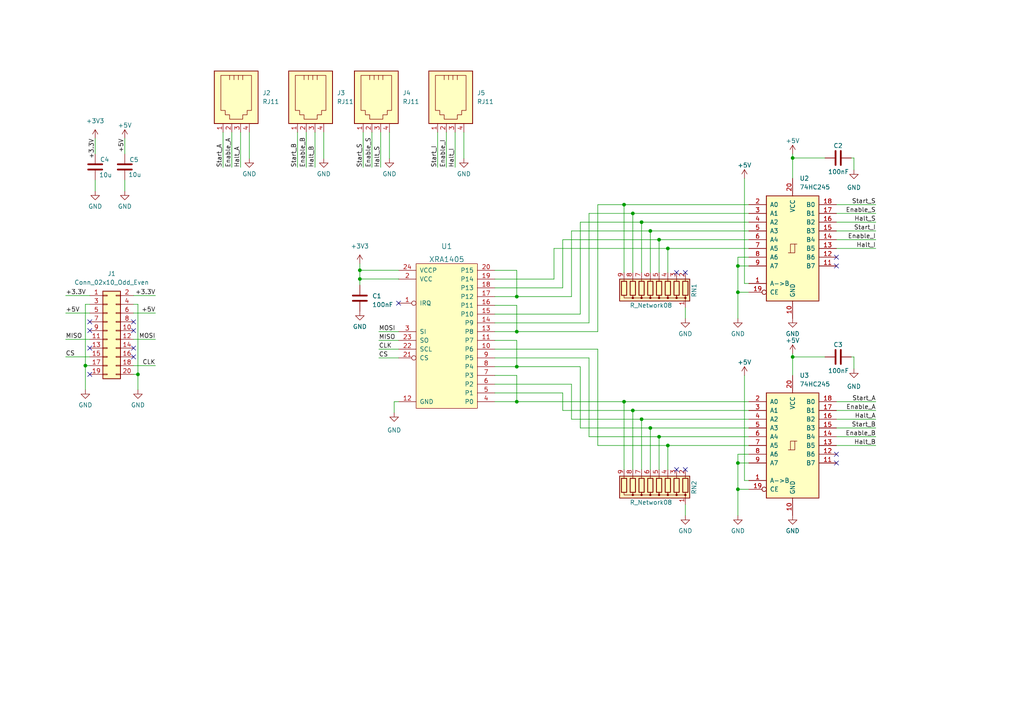
<source format=kicad_sch>
(kicad_sch (version 20220904) (generator eeschema)
  (paper "A4")
  (lib_symbols
    (symbol "74xx:74HC245" (pin_names (offset 1.016))
      (property "Reference" "U" (at -7.62 16.51 0))
      (property "Value" "74HC245" (at -7.62 -16.51 0))
      (symbol "74HC245_1_0"
        (polyline (pts (xy -0.635 -1.27) (xy -0.635 1.27) (xy 0.635 1.27)))
        (polyline (pts (xy -1.27 -1.27) (xy 0.635 -1.27) (xy 0.635 1.27) (xy 1.27 1.27)))
        (pin input line (at -12.7 -10.16 0) (length 5.08) (name "A->B") (number "1"))
        (pin power_in line (at 0 -20.32 90) (length 5.08) (name "GND") (number "10"))
        (pin tri_state line (at 12.7 -5.08 180) (length 5.08) (name "B7") (number "11"))
        (pin tri_state line (at 12.7 -2.54 180) (length 5.08) (name "B6") (number "12"))
        (pin tri_state line (at 12.7 0 180) (length 5.08) (name "B5") (number "13"))
        (pin tri_state line (at 12.7 2.54 180) (length 5.08) (name "B4") (number "14"))
        (pin tri_state line (at 12.7 5.08 180) (length 5.08) (name "B3") (number "15"))
        (pin tri_state line (at 12.7 7.62 180) (length 5.08) (name "B2") (number "16"))
        (pin tri_state line (at 12.7 10.16 180) (length 5.08) (name "B1") (number "17"))
        (pin tri_state line (at 12.7 12.7 180) (length 5.08) (name "B0") (number "18"))
        (pin input inverted (at -12.7 -12.7 0) (length 5.08) (name "CE") (number "19"))
        (pin tri_state line (at -12.7 12.7 0) (length 5.08) (name "A0") (number "2"))
        (pin power_in line (at 0 20.32 270) (length 5.08) (name "VCC") (number "20"))
        (pin tri_state line (at -12.7 10.16 0) (length 5.08) (name "A1") (number "3"))
        (pin tri_state line (at -12.7 7.62 0) (length 5.08) (name "A2") (number "4"))
        (pin tri_state line (at -12.7 5.08 0) (length 5.08) (name "A3") (number "5"))
        (pin tri_state line (at -12.7 2.54 0) (length 5.08) (name "A4") (number "6"))
        (pin tri_state line (at -12.7 0 0) (length 5.08) (name "A5") (number "7"))
        (pin tri_state line (at -12.7 -2.54 0) (length 5.08) (name "A6") (number "8"))
        (pin tri_state line (at -12.7 -5.08 0) (length 5.08) (name "A7") (number "9"))
      )
      (symbol "74HC245_1_1"
        (rectangle (start -7.62 15.24) (end 7.62 -15.24) (stroke (width 0.254)) (fill (type background)))
      )
    )
    (symbol "Connector:RJ10" (pin_names (offset 1.016))
      (property "Reference" "J" (at -5.08 8.89 0))
      (property "Value" "RJ10" (at 2.54 8.89 0))
      (symbol "RJ10_0_1"
        (polyline (pts (xy -6.35 -0.635) (xy -5.08 -0.635) (xy -5.08 -0.635)))
        (polyline (pts (xy -6.35 0.635) (xy -5.08 0.635) (xy -5.08 0.635)))
        (polyline (pts (xy -6.35 1.905) (xy -5.08 1.905) (xy -5.08 1.905)))
        (polyline (pts (xy -6.35 3.175) (xy -5.08 3.175) (xy -5.08 3.175)))
        (polyline (pts (xy -6.35 -3.175) (xy -6.35 5.715) (xy -1.27 5.715) (xy 3.81 5.715) (xy 3.81 4.445) (xy 5.08 4.445) (xy 5.08 3.175) (xy 6.35 3.175) (xy 6.35 -0.635) (xy 5.08 -0.635) (xy 5.08 -1.905) (xy 3.81 -1.905) (xy 3.81 -3.175) (xy -6.35 -3.175) (xy -6.35 -3.175)))
        (rectangle (start 7.62 7.62) (end -7.62 -5.08) (stroke (width 0.254)) (fill (type background)))
      )
      (symbol "RJ10_1_1"
        (pin passive line (at 10.16 -2.54 180) (length 2.54) (name "~") (number "1"))
        (pin passive line (at 10.16 0 180) (length 2.54) (name "~") (number "2"))
        (pin passive line (at 10.16 2.54 180) (length 2.54) (name "~") (number "3"))
        (pin passive line (at 10.16 5.08 180) (length 2.54) (name "~") (number "4"))
      )
    )
    (symbol "Connector_Generic:Conn_02x10_Odd_Even" (pin_names (offset 1.016) hide)
      (property "Reference" "J" (at 1.27 12.7 0))
      (property "Value" "Conn_02x10_Odd_Even" (at 1.27 -15.24 0))
      (symbol "Conn_02x10_Odd_Even_1_1"
        (rectangle (start -1.27 -12.573) (end 0 -12.827) (stroke (width 0.1524)))
        (rectangle (start -1.27 -10.033) (end 0 -10.287) (stroke (width 0.1524)))
        (rectangle (start -1.27 -7.493) (end 0 -7.747) (stroke (width 0.1524)))
        (rectangle (start -1.27 -4.953) (end 0 -5.207) (stroke (width 0.1524)))
        (rectangle (start -1.27 -2.413) (end 0 -2.667) (stroke (width 0.1524)))
        (rectangle (start -1.27 0.127) (end 0 -0.127) (stroke (width 0.1524)))
        (rectangle (start -1.27 2.667) (end 0 2.413) (stroke (width 0.1524)))
        (rectangle (start -1.27 5.207) (end 0 4.953) (stroke (width 0.1524)))
        (rectangle (start -1.27 7.747) (end 0 7.493) (stroke (width 0.1524)))
        (rectangle (start -1.27 10.287) (end 0 10.033) (stroke (width 0.1524)))
        (rectangle (start -1.27 11.43) (end 3.81 -13.97) (stroke (width 0.254)) (fill (type background)))
        (rectangle (start 3.81 -12.573) (end 2.54 -12.827) (stroke (width 0.1524)))
        (rectangle (start 3.81 -10.033) (end 2.54 -10.287) (stroke (width 0.1524)))
        (rectangle (start 3.81 -7.493) (end 2.54 -7.747) (stroke (width 0.1524)))
        (rectangle (start 3.81 -4.953) (end 2.54 -5.207) (stroke (width 0.1524)))
        (rectangle (start 3.81 -2.413) (end 2.54 -2.667) (stroke (width 0.1524)))
        (rectangle (start 3.81 0.127) (end 2.54 -0.127) (stroke (width 0.1524)))
        (rectangle (start 3.81 2.667) (end 2.54 2.413) (stroke (width 0.1524)))
        (rectangle (start 3.81 5.207) (end 2.54 4.953) (stroke (width 0.1524)))
        (rectangle (start 3.81 7.747) (end 2.54 7.493) (stroke (width 0.1524)))
        (rectangle (start 3.81 10.287) (end 2.54 10.033) (stroke (width 0.1524)))
        (pin passive line (at -5.08 10.16 0) (length 3.81) (name "Pin_1") (number "1"))
        (pin passive line (at 7.62 0 180) (length 3.81) (name "Pin_10") (number "10"))
        (pin passive line (at -5.08 -2.54 0) (length 3.81) (name "Pin_11") (number "11"))
        (pin passive line (at 7.62 -2.54 180) (length 3.81) (name "Pin_12") (number "12"))
        (pin passive line (at -5.08 -5.08 0) (length 3.81) (name "Pin_13") (number "13"))
        (pin passive line (at 7.62 -5.08 180) (length 3.81) (name "Pin_14") (number "14"))
        (pin passive line (at -5.08 -7.62 0) (length 3.81) (name "Pin_15") (number "15"))
        (pin passive line (at 7.62 -7.62 180) (length 3.81) (name "Pin_16") (number "16"))
        (pin passive line (at -5.08 -10.16 0) (length 3.81) (name "Pin_17") (number "17"))
        (pin passive line (at 7.62 -10.16 180) (length 3.81) (name "Pin_18") (number "18"))
        (pin passive line (at -5.08 -12.7 0) (length 3.81) (name "Pin_19") (number "19"))
        (pin passive line (at 7.62 10.16 180) (length 3.81) (name "Pin_2") (number "2"))
        (pin passive line (at 7.62 -12.7 180) (length 3.81) (name "Pin_20") (number "20"))
        (pin passive line (at -5.08 7.62 0) (length 3.81) (name "Pin_3") (number "3"))
        (pin passive line (at 7.62 7.62 180) (length 3.81) (name "Pin_4") (number "4"))
        (pin passive line (at -5.08 5.08 0) (length 3.81) (name "Pin_5") (number "5"))
        (pin passive line (at 7.62 5.08 180) (length 3.81) (name "Pin_6") (number "6"))
        (pin passive line (at -5.08 2.54 0) (length 3.81) (name "Pin_7") (number "7"))
        (pin passive line (at 7.62 2.54 180) (length 3.81) (name "Pin_8") (number "8"))
        (pin passive line (at -5.08 0 0) (length 3.81) (name "Pin_9") (number "9"))
      )
    )
    (symbol "Controle:XRA1405" (pin_names (offset 1.016))
      (property "Reference" "U" (at 5.08 -21.59 0))
      (property "Value" "XRA1405" (at -4.445 -21.59 0))
      (property "Datasheet" "https://www.exar.com/common/content/document.ashx?id=20786" (at -1.27 -7.62 0))
      (symbol "XRA1405_0_1"
        (rectangle (start -9.525 21.59) (end 8.255 -20.32) (fill (type background)))
      )
      (symbol "XRA1405_1_1"
        (pin output inverted (at -14.605 10.16 0) (length 5.08) (name "IRQ") (number "1"))
        (pin bidirectional line (at 13.335 -3.175 180) (length 5.08) (name "P6") (number "10"))
        (pin bidirectional line (at 13.335 -0.635 180) (length 5.08) (name "P7") (number "11"))
        (pin power_in line (at -14.605 -18.415 0) (length 5.08) (name "GND") (number "12"))
        (pin bidirectional line (at 13.335 1.905 180) (length 5.08) (name "P8") (number "13"))
        (pin bidirectional line (at 13.335 4.445 180) (length 5.08) (name "P9") (number "14"))
        (pin bidirectional line (at 13.335 6.985 180) (length 5.08) (name "P10") (number "15"))
        (pin bidirectional line (at 13.335 9.525 180) (length 5.08) (name "P11") (number "16"))
        (pin bidirectional line (at 13.335 12.065 180) (length 5.08) (name "P12") (number "17"))
        (pin bidirectional line (at 13.335 14.605 180) (length 5.08) (name "P13") (number "18"))
        (pin bidirectional line (at 13.335 17.145 180) (length 5.08) (name "P14") (number "19"))
        (pin power_in line (at -14.605 17.145 0) (length 5.08) (name "VCC") (number "2"))
        (pin bidirectional line (at 13.335 19.685 180) (length 5.08) (name "P15") (number "20"))
        (pin input inverted (at -14.605 -5.715 0) (length 5.08) (name "CS") (number "21"))
        (pin input line (at -14.605 -3.175 0) (length 5.08) (name "SCL") (number "22"))
        (pin output line (at -14.605 -0.635 0) (length 5.08) (name "SO") (number "23"))
        (pin power_in line (at -14.605 19.685 0) (length 5.08) (name "VCCP") (number "24"))
        (pin input line (at -14.605 1.905 0) (length 5.08) (name "SI") (number "3"))
        (pin bidirectional line (at 13.335 -18.415 180) (length 5.08) (name "P0") (number "4"))
        (pin bidirectional line (at 13.335 -15.875 180) (length 5.08) (name "P1") (number "5"))
        (pin bidirectional line (at 13.335 -13.335 180) (length 5.08) (name "P2") (number "6"))
        (pin bidirectional line (at 13.335 -10.795 180) (length 5.08) (name "P3") (number "7"))
        (pin bidirectional line (at 13.335 -8.255 180) (length 5.08) (name "P4") (number "8"))
        (pin bidirectional line (at 13.335 -5.715 180) (length 5.08) (name "P5") (number "9"))
      )
    )
    (symbol "Device:C" (pin_numbers hide) (pin_names (offset 0.254))
      (property "Reference" "C" (at 0.635 2.54 0))
      (property "Value" "C" (at 0.635 -2.54 0))
      (symbol "C_0_1"
        (polyline (pts (xy -2.032 -0.762) (xy 2.032 -0.762)) (stroke (width 0.508)))
        (polyline (pts (xy -2.032 0.762) (xy 2.032 0.762)) (stroke (width 0.508)))
      )
      (symbol "C_1_1"
        (pin passive line (at 0 3.81 270) (length 2.794) (name "~") (number "1"))
        (pin passive line (at 0 -3.81 90) (length 2.794) (name "~") (number "2"))
      )
    )
    (symbol "Device:R_Network08" (pin_names (offset 0) hide)
      (property "Reference" "RN" (at -12.7 0 90))
      (property "Value" "R_Network08" (at 10.16 0 90))
      (symbol "R_Network08_0_1"
        (rectangle (start -11.43 -3.175) (end 8.89 3.175) (stroke (width 0.254)) (fill (type background)))
        (rectangle (start -10.922 1.524) (end -9.398 -2.54) (stroke (width 0.254)))
        (circle (center -10.16 2.286) (radius 0.254) (fill (type outline)))
        (rectangle (start -8.382 1.524) (end -6.858 -2.54) (stroke (width 0.254)))
        (circle (center -7.62 2.286) (radius 0.254) (fill (type outline)))
        (rectangle (start -5.842 1.524) (end -4.318 -2.54) (stroke (width 0.254)))
        (circle (center -5.08 2.286) (radius 0.254) (fill (type outline)))
        (rectangle (start -3.302 1.524) (end -1.778 -2.54) (stroke (width 0.254)))
        (circle (center -2.54 2.286) (radius 0.254) (fill (type outline)))
        (rectangle (start -0.762 1.524) (end 0.762 -2.54) (stroke (width 0.254)))
        (polyline (pts (xy -10.16 -2.54) (xy -10.16 -3.81)))
        (polyline (pts (xy -7.62 -2.54) (xy -7.62 -3.81)))
        (polyline (pts (xy -5.08 -2.54) (xy -5.08 -3.81)))
        (polyline (pts (xy -2.54 -2.54) (xy -2.54 -3.81)))
        (polyline (pts (xy 0 -2.54) (xy 0 -3.81)))
        (polyline (pts (xy 2.54 -2.54) (xy 2.54 -3.81)))
        (polyline (pts (xy 5.08 -2.54) (xy 5.08 -3.81)))
        (polyline (pts (xy 7.62 -2.54) (xy 7.62 -3.81)))
        (polyline (pts (xy -10.16 1.524) (xy -10.16 2.286) (xy -7.62 2.286) (xy -7.62 1.524)))
        (polyline (pts (xy -7.62 1.524) (xy -7.62 2.286) (xy -5.08 2.286) (xy -5.08 1.524)))
        (polyline (pts (xy -5.08 1.524) (xy -5.08 2.286) (xy -2.54 2.286) (xy -2.54 1.524)))
        (polyline (pts (xy -2.54 1.524) (xy -2.54 2.286) (xy 0 2.286) (xy 0 1.524)))
        (polyline (pts (xy 0 1.524) (xy 0 2.286) (xy 2.54 2.286) (xy 2.54 1.524)))
        (polyline (pts (xy 2.54 1.524) (xy 2.54 2.286) (xy 5.08 2.286) (xy 5.08 1.524)))
        (polyline (pts (xy 5.08 1.524) (xy 5.08 2.286) (xy 7.62 2.286) (xy 7.62 1.524)))
        (circle (center 0 2.286) (radius 0.254) (fill (type outline)))
        (rectangle (start 1.778 1.524) (end 3.302 -2.54) (stroke (width 0.254)))
        (circle (center 2.54 2.286) (radius 0.254) (fill (type outline)))
        (rectangle (start 4.318 1.524) (end 5.842 -2.54) (stroke (width 0.254)))
        (circle (center 5.08 2.286) (radius 0.254) (fill (type outline)))
        (rectangle (start 6.858 1.524) (end 8.382 -2.54) (stroke (width 0.254)))
      )
      (symbol "R_Network08_1_1"
        (pin passive line (at -10.16 5.08 270) (length 2.54) (name "common") (number "1"))
        (pin passive line (at -10.16 -5.08 90) (length 1.27) (name "R1") (number "2"))
        (pin passive line (at -7.62 -5.08 90) (length 1.27) (name "R2") (number "3"))
        (pin passive line (at -5.08 -5.08 90) (length 1.27) (name "R3") (number "4"))
        (pin passive line (at -2.54 -5.08 90) (length 1.27) (name "R4") (number "5"))
        (pin passive line (at 0 -5.08 90) (length 1.27) (name "R5") (number "6"))
        (pin passive line (at 2.54 -5.08 90) (length 1.27) (name "R6") (number "7"))
        (pin passive line (at 5.08 -5.08 90) (length 1.27) (name "R7") (number "8"))
        (pin passive line (at 7.62 -5.08 90) (length 1.27) (name "R8") (number "9"))
      )
    )
    (symbol "power:+3.3V" (power) (pin_names (offset 0))
      (property "Value" "+3.3V" (at 0 3.556 0))
      (symbol "+3.3V_0_1"
        (polyline (pts (xy -0.762 1.27) (xy 0 2.54)))
        (polyline (pts (xy 0 0) (xy 0 2.54)))
        (polyline (pts (xy 0 2.54) (xy 0.762 1.27)))
      )
      (symbol "+3.3V_1_1"
        (pin power_in line (at 0 0 90) (length 0) hide (name "+3V3") (number "1"))
      )
    )
    (symbol "power:+5V" (power) (pin_names (offset 0))
      (property "Value" "+5V" (at 0 3.556 0))
      (symbol "+5V_0_1"
        (polyline (pts (xy -0.762 1.27) (xy 0 2.54)))
        (polyline (pts (xy 0 0) (xy 0 2.54)))
        (polyline (pts (xy 0 2.54) (xy 0.762 1.27)))
      )
      (symbol "+5V_1_1"
        (pin power_in line (at 0 0 90) (length 0) hide (name "+5V") (number "1"))
      )
    )
    (symbol "power:GND" (power) (pin_names (offset 0))
      (property "Value" "GND" (at 0 -3.81 0))
      (symbol "GND_0_1"
        (polyline (pts (xy 0 0) (xy 0 -1.27) (xy 1.27 -1.27) (xy 0 -2.54) (xy -1.27 -1.27) (xy 0 -1.27)))
      )
      (symbol "GND_1_1"
        (pin power_in line (at 0 0 270) (length 0) hide (name "GND") (number "1"))
      )
    )
  )
  (junction (at 188.6204 124.1298))
  (junction (at 193.7004 72.0598))
  (junction (at 214.0204 134.2898))
  (junction (at 186.0804 121.5898))
  (junction (at 214.0204 77.1398))
  (junction (at 229.8954 103.5304))
  (junction (at 214.0204 141.9098))
  (junction (at 181.0004 59.3598))
  (junction (at 104.3686 80.9244))
  (junction (at 188.6204 66.9798))
  (junction (at 149.8854 96.1898))
  (junction (at 24.765 106.045))
  (junction (at 149.8854 116.5098))
  (junction (at 186.0804 64.4398))
  (junction (at 191.1604 69.5198))
  (junction (at 181.0004 116.5098))
  (junction (at 40.005 108.585))
  (junction (at 183.5404 119.0498))
  (junction (at 149.8854 86.0298))
  (junction (at 214.0204 84.7598))
  (junction (at 183.5404 61.8998))
  (junction (at 229.8954 45.8216))
  (junction (at 104.3686 78.3844))
  (junction (at 149.8854 106.3498))
  (junction (at 193.7004 129.2098))
  (junction (at 191.1604 126.6698))
  (no_connect (at 196.2404 136.1948))
  (no_connect (at 198.7804 136.1948))
  (no_connect (at 38.735 100.965))
  (no_connect (at 26.035 100.965))
  (no_connect (at 115.5954 87.9348))
  (no_connect (at 38.735 93.345))
  (no_connect (at 38.735 95.885))
  (no_connect (at 26.035 93.345))
  (no_connect (at 26.035 95.885))
  (no_connect (at 38.735 103.505))
  (no_connect (at 196.2404 79.0448))
  (no_connect (at 198.7804 79.0448))
  (no_connect (at 26.035 108.585))
  (no_connect (at 242.5954 134.2898))
  (no_connect (at 242.5954 77.1398))
  (no_connect (at 242.5954 74.5998))
  (no_connect (at 242.5954 131.7498))
  (wire (pts (xy 229.8954 102.5652) (xy 229.8954 103.5304)))
  (wire (pts (xy 149.8854 98.7298) (xy 149.8854 106.3498)))
  (wire (pts (xy 143.5354 103.8098) (xy 170.8404 103.8098)))
  (wire (pts (xy 229.8954 45.8216) (xy 229.8954 51.7398)))
  (wire (pts (xy 186.0804 121.5898) (xy 186.0804 136.1948)))
  (wire (pts (xy 19.05 103.505) (xy 26.035 103.505)))
  (wire (pts (xy 165.7604 111.4298) (xy 165.7604 121.5898)))
  (wire (pts (xy 109.8804 98.7298) (xy 115.5954 98.7298)))
  (wire (pts (xy 229.8954 44.6532) (xy 229.8954 45.8216)))
  (wire (pts (xy 114.3254 119.6848) (xy 114.3254 116.5098)))
  (wire (pts (xy 173.3804 96.1898) (xy 149.8854 96.1898)))
  (wire (pts (xy 247.6754 107.0102) (xy 247.6754 103.5304)))
  (wire (pts (xy 242.5954 116.5098) (xy 254.0254 116.5098)))
  (wire (pts (xy 214.0204 134.2898) (xy 217.1954 134.2898)))
  (wire (pts (xy 69.7738 38.3794) (xy 69.7738 48.5394)))
  (wire (pts (xy 214.0204 141.9098) (xy 214.0204 149.5298)))
  (wire (pts (xy 104.3686 78.3844) (xy 104.3686 80.9244)))
  (wire (pts (xy 242.5954 72.0598) (xy 254.0254 72.0598)))
  (wire (pts (xy 143.5354 83.4898) (xy 163.2204 83.4898)))
  (wire (pts (xy 38.735 90.805) (xy 45.085 90.805)))
  (wire (pts (xy 143.5354 93.6498) (xy 170.8404 93.6498)))
  (wire (pts (xy 170.8404 61.8998) (xy 183.5404 61.8998)))
  (wire (pts (xy 143.5354 111.4298) (xy 165.7604 111.4298)))
  (wire (pts (xy 186.0804 64.4398) (xy 186.0804 79.0448)))
  (wire (pts (xy 36.195 52.2224) (xy 36.195 55.4228)))
  (wire (pts (xy 193.7004 129.2098) (xy 193.7004 136.1948)))
  (wire (pts (xy 38.735 88.265) (xy 40.005 88.265)))
  (wire (pts (xy 191.1604 126.6698) (xy 191.1604 136.1948)))
  (wire (pts (xy 191.1604 69.5198) (xy 163.2204 69.5198)))
  (wire (pts (xy 143.5354 98.7298) (xy 149.8854 98.7298)))
  (wire (pts (xy 104.3686 80.9244) (xy 115.5954 80.9244)))
  (wire (pts (xy 181.0004 116.5098) (xy 217.1954 116.5098)))
  (wire (pts (xy 143.5354 78.4098) (xy 149.8854 78.4098)))
  (wire (pts (xy 86.2838 38.3794) (xy 86.2838 48.5394)))
  (wire (pts (xy 239.2934 103.5304) (xy 229.8954 103.5304)))
  (wire (pts (xy 104.3686 80.9244) (xy 104.3686 82.677)))
  (wire (pts (xy 27.6098 52.2224) (xy 27.6098 55.4228)))
  (wire (pts (xy 247.6754 103.5304) (xy 246.9134 103.5304)))
  (wire (pts (xy 217.1954 141.9098) (xy 214.0204 141.9098)))
  (wire (pts (xy 132.0038 38.3794) (xy 132.0038 48.5394)))
  (wire (pts (xy 217.1954 129.2098) (xy 193.7004 129.2098)))
  (wire (pts (xy 115.5954 80.9244) (xy 115.5954 80.9498)))
  (wire (pts (xy 165.7604 66.9798) (xy 188.6204 66.9798)))
  (wire (pts (xy 183.5404 61.8998) (xy 217.1954 61.8998)))
  (wire (pts (xy 198.7804 146.3548) (xy 198.7804 149.5298)))
  (wire (pts (xy 242.5954 66.9798) (xy 254.0254 66.9798)))
  (wire (pts (xy 143.5354 86.0298) (xy 149.8854 86.0298)))
  (wire (pts (xy 242.5954 129.2098) (xy 254.0254 129.2098)))
  (wire (pts (xy 149.8854 88.5698) (xy 149.8854 96.1898)))
  (wire (pts (xy 64.6938 38.3794) (xy 64.6938 48.5394)))
  (wire (pts (xy 163.2204 69.5198) (xy 163.2204 83.4898)))
  (wire (pts (xy 129.4638 38.3794) (xy 129.4638 48.5394)))
  (wire (pts (xy 19.05 98.425) (xy 26.035 98.425)))
  (wire (pts (xy 160.6804 72.0598) (xy 193.7004 72.0598)))
  (wire (pts (xy 143.5354 108.8898) (xy 149.8854 108.8898)))
  (wire (pts (xy 26.035 88.265) (xy 24.765 88.265)))
  (wire (pts (xy 165.7604 86.0298) (xy 165.7604 66.9798)))
  (wire (pts (xy 149.8854 78.4098) (xy 149.8854 86.0298)))
  (wire (pts (xy 38.735 108.585) (xy 40.005 108.585)))
  (wire (pts (xy 188.6204 124.1298) (xy 168.3004 124.1298)))
  (wire (pts (xy 198.7804 89.2048) (xy 198.7804 92.3798)))
  (wire (pts (xy 163.2204 119.0498) (xy 183.5404 119.0498)))
  (wire (pts (xy 186.0804 121.5898) (xy 165.7604 121.5898)))
  (wire (pts (xy 168.3004 64.4398) (xy 168.3004 91.1098)))
  (wire (pts (xy 191.1604 126.6698) (xy 170.8404 126.6698)))
  (wire (pts (xy 143.5354 106.3498) (xy 149.8854 106.3498)))
  (wire (pts (xy 163.2204 119.0498) (xy 163.2204 113.9698)))
  (wire (pts (xy 143.5354 80.9498) (xy 160.6804 80.9498)))
  (wire (pts (xy 91.3638 38.3794) (xy 91.3638 48.5394)))
  (wire (pts (xy 143.5354 91.1098) (xy 168.3004 91.1098)))
  (wire (pts (xy 149.8854 96.1898) (xy 143.5354 96.1898)))
  (wire (pts (xy 217.1954 69.5198) (xy 191.1604 69.5198)))
  (wire (pts (xy 183.5404 119.0498) (xy 217.1954 119.0498)))
  (wire (pts (xy 242.5954 124.1298) (xy 254.0254 124.1298)))
  (wire (pts (xy 214.0204 141.9098) (xy 214.0204 134.2898)))
  (wire (pts (xy 134.5438 38.3794) (xy 134.5438 45.9994)))
  (wire (pts (xy 214.0204 77.1398) (xy 217.1954 77.1398)))
  (wire (pts (xy 242.5954 119.0498) (xy 254.0254 119.0498)))
  (wire (pts (xy 242.5954 64.4398) (xy 254.0254 64.4398)))
  (wire (pts (xy 38.735 85.725) (xy 45.085 85.725)))
  (wire (pts (xy 214.0204 84.7598) (xy 214.0204 77.1398)))
  (wire (pts (xy 149.8854 86.0298) (xy 165.7604 86.0298)))
  (wire (pts (xy 109.8804 96.1898) (xy 115.5954 96.1898)))
  (wire (pts (xy 149.8854 106.3498) (xy 168.3004 106.3498)))
  (wire (pts (xy 24.765 88.265) (xy 24.765 106.045)))
  (wire (pts (xy 193.7004 72.0598) (xy 193.7004 79.0448)))
  (wire (pts (xy 126.9238 38.3794) (xy 126.9238 48.5394)))
  (wire (pts (xy 110.4138 38.3794) (xy 110.4138 48.5394)))
  (wire (pts (xy 229.8954 45.8216) (xy 239.2934 45.8216)))
  (wire (pts (xy 149.8854 116.5098) (xy 181.0004 116.5098)))
  (wire (pts (xy 215.9254 82.2198) (xy 217.1954 82.2198)))
  (wire (pts (xy 193.7004 129.2098) (xy 173.3804 129.2098)))
  (wire (pts (xy 168.3004 106.3498) (xy 168.3004 124.1298)))
  (wire (pts (xy 215.9254 108.8898) (xy 215.9254 139.3698)))
  (wire (pts (xy 38.735 98.425) (xy 45.085 98.425)))
  (wire (pts (xy 93.9038 38.3794) (xy 93.9038 45.9994)))
  (wire (pts (xy 217.1954 126.6698) (xy 191.1604 126.6698)))
  (wire (pts (xy 170.8404 61.8998) (xy 170.8404 93.6498)))
  (wire (pts (xy 183.5404 119.0498) (xy 183.5404 136.1948)))
  (wire (pts (xy 143.5354 88.5698) (xy 149.8854 88.5698)))
  (wire (pts (xy 105.3338 38.3794) (xy 105.3338 48.5394)))
  (wire (pts (xy 242.5954 59.3598) (xy 254.0254 59.3598)))
  (wire (pts (xy 215.9254 51.7398) (xy 215.9254 82.2198)))
  (wire (pts (xy 24.765 106.045) (xy 24.765 113.03)))
  (wire (pts (xy 214.0204 77.1398) (xy 214.0204 74.5998)))
  (wire (pts (xy 217.1954 124.1298) (xy 188.6204 124.1298)))
  (wire (pts (xy 143.5354 101.2698) (xy 173.3804 101.2698)))
  (wire (pts (xy 143.5354 116.5098) (xy 149.8854 116.5098)))
  (wire (pts (xy 26.035 106.045) (xy 24.765 106.045)))
  (wire (pts (xy 173.3804 59.3598) (xy 181.0004 59.3598)))
  (wire (pts (xy 149.8854 108.8898) (xy 149.8854 116.5098)))
  (wire (pts (xy 181.0004 116.5098) (xy 181.0004 136.1948)))
  (wire (pts (xy 188.6204 66.9798) (xy 217.1954 66.9798)))
  (wire (pts (xy 217.1954 64.4398) (xy 186.0804 64.4398)))
  (wire (pts (xy 19.05 90.805) (xy 26.035 90.805)))
  (wire (pts (xy 104.3686 78.3844) (xy 115.5954 78.3844)))
  (wire (pts (xy 188.6204 66.9798) (xy 188.6204 79.0448)))
  (wire (pts (xy 170.8404 103.8098) (xy 170.8404 126.6698)))
  (wire (pts (xy 19.05 85.725) (xy 26.035 85.725)))
  (wire (pts (xy 247.6754 49.3014) (xy 247.6754 45.8216)))
  (wire (pts (xy 214.0204 131.7498) (xy 217.1954 131.7498)))
  (wire (pts (xy 191.1604 69.5198) (xy 191.1604 79.0448)))
  (wire (pts (xy 115.5954 78.3844) (xy 115.5954 78.4098)))
  (wire (pts (xy 186.0804 64.4398) (xy 168.3004 64.4398)))
  (wire (pts (xy 183.5404 61.8998) (xy 183.5404 79.0448)))
  (wire (pts (xy 214.0204 84.7598) (xy 214.0204 92.3798)))
  (wire (pts (xy 27.6098 44.6024) (xy 27.6098 40.1574)))
  (wire (pts (xy 104.3686 76.4794) (xy 104.3686 78.3844)))
  (wire (pts (xy 193.7004 72.0598) (xy 217.1954 72.0598)))
  (wire (pts (xy 173.3804 59.3598) (xy 173.3804 96.1898)))
  (wire (pts (xy 214.0204 134.2898) (xy 214.0204 131.7498)))
  (wire (pts (xy 67.2338 38.3794) (xy 67.2338 48.5394)))
  (wire (pts (xy 107.8738 38.3794) (xy 107.8738 48.5394)))
  (wire (pts (xy 229.8954 103.5304) (xy 229.8954 108.8898)))
  (wire (pts (xy 38.735 106.045) (xy 45.085 106.045)))
  (wire (pts (xy 247.6754 45.8216) (xy 246.9134 45.8216)))
  (wire (pts (xy 217.1954 84.7598) (xy 214.0204 84.7598)))
  (wire (pts (xy 242.5954 126.6698) (xy 254.0254 126.6698)))
  (wire (pts (xy 242.5954 69.5198) (xy 254.0254 69.5198)))
  (wire (pts (xy 242.5954 121.5898) (xy 254.0254 121.5898)))
  (wire (pts (xy 215.9254 139.3698) (xy 217.1954 139.3698)))
  (wire (pts (xy 109.8804 103.8098) (xy 115.5954 103.8098)))
  (wire (pts (xy 160.6804 80.9498) (xy 160.6804 72.0598)))
  (wire (pts (xy 36.195 44.6024) (xy 36.195 40.1574)))
  (wire (pts (xy 173.3804 101.2698) (xy 173.3804 129.2098)))
  (wire (pts (xy 242.5954 61.8998) (xy 254.0254 61.8998)))
  (wire (pts (xy 143.5354 113.9698) (xy 163.2204 113.9698)))
  (wire (pts (xy 112.9538 38.3794) (xy 112.9538 45.9994)))
  (wire (pts (xy 109.8804 101.2698) (xy 115.5954 101.2698)))
  (wire (pts (xy 214.0204 74.5998) (xy 217.1954 74.5998)))
  (wire (pts (xy 181.0004 59.3598) (xy 217.1954 59.3598)))
  (wire (pts (xy 188.6204 124.1298) (xy 188.6204 136.1948)))
  (wire (pts (xy 88.8238 38.3794) (xy 88.8238 48.5394)))
  (wire (pts (xy 40.005 88.265) (xy 40.005 108.585)))
  (wire (pts (xy 217.1954 121.5898) (xy 186.0804 121.5898)))
  (wire (pts (xy 72.3138 38.3794) (xy 72.3138 45.9994)))
  (wire (pts (xy 40.005 108.585) (xy 40.005 113.03)))
  (wire (pts (xy 181.0004 59.3598) (xy 181.0004 79.0448)))
  (wire (pts (xy 114.3254 116.5098) (xy 115.5954 116.5098)))
  (label "Enable_B" (at 254.0254 126.6698 180))
  (label "Enable_B" (at 88.8238 48.5394 90))
  (label "CLK" (at 45.085 106.045 180))
  (label "Start_S" (at 254.0254 59.3598 180))
  (label "Enable_I" (at 254.0254 69.5198 180))
  (label "Enable_S" (at 107.8738 48.5394 90))
  (label "MOSI" (at 109.8804 96.1898 0))
  (label "Start_S" (at 105.3338 48.5394 90))
  (label "MOSI" (at 45.085 98.425 180))
  (label "+5V" (at 36.195 40.1574 270))
  (label "Start_A" (at 64.6938 48.5394 90))
  (label "+3.3V" (at 19.05 85.725 0))
  (label "Halt_S" (at 110.4138 48.5394 90))
  (label "Start_A" (at 254.0254 116.5098 180))
  (label "Halt_A" (at 254.0254 121.5898 180))
  (label "CS" (at 109.8804 103.8098 0))
  (label "Enable_A" (at 254.0254 119.0498 180))
  (label "MISO" (at 19.05 98.425 0))
  (label "Start_B" (at 254.0254 124.1298 180))
  (label "Halt_I" (at 254.0254 72.0598 180))
  (label "+3.3V" (at 45.085 85.725 180))
  (label "Enable_I" (at 129.4638 48.5394 90))
  (label "Halt_A" (at 69.7738 48.5394 90))
  (label "MISO" (at 109.8804 98.7298 0))
  (label "CS" (at 19.05 103.505 0))
  (label "+5V" (at 19.05 90.805 0))
  (label "Start_I" (at 254.0254 66.9798 180))
  (label "+5V" (at 45.085 90.805 180))
  (label "Halt_B" (at 91.3638 48.5394 90))
  (label "Enable_A" (at 67.2338 48.5394 90))
  (label "Start_B" (at 86.2838 48.5394 90))
  (label "Halt_S" (at 254.0254 64.4398 180))
  (label "Enable_S" (at 254.0254 61.8998 180))
  (label "Start_I" (at 126.9238 48.5394 90))
  (label "CLK" (at 109.8804 101.2698 0))
  (label "+3.3V" (at 27.6098 40.1574 270))
  (label "Halt_I" (at 132.0038 48.5394 90))
  (label "Halt_B" (at 254.0254 129.2098 180))
  (symbol (lib_id "power:+3.3V") (at 104.3686 76.4794 0) (unit 1)
    (default_instance (reference "") (unit 1) (value "") (footprint ""))
    (property "Reference" "#PWR05" (effects hide))
    (property "Value" "+3.3V" (at 104.3686 71.3994 0))
  )
  (symbol (lib_id "Connector:RJ10") (at 129.4638 28.2194 270) (unit 1)
    (default_instance (reference "") (unit 1) (value "") (footprint ""))
    (property "Reference" "J5" (at 138.3538 26.9493 90) (effects (justify left)))
    (property "Value" "RJ11" (at 138.3538 29.4893 90) (effects (justify left)))
  )
  (symbol (lib_id "power:GND") (at 36.195 55.4228 0) (unit 1)
    (default_instance (reference "") (unit 1) (value "") (footprint ""))
    (property "Reference" "#PWR017" (effects hide))
    (property "Value" "GND" (at 36.195 59.8678 0))
  )
  (symbol (lib_id "power:GND") (at 247.6754 107.0102 0) (unit 1)
    (default_instance (reference "") (unit 1) (value "") (footprint ""))
    (property "Reference" "#PWR04" (effects hide))
    (property "Value" "GND" (at 247.6754 112.0902 0))
  )
  (symbol (lib_id "power:GND") (at 214.0204 149.5298 0) (unit 1)
    (default_instance (reference "") (unit 1) (value "") (footprint ""))
    (property "Reference" "#PWR010" (effects hide))
    (property "Value" "GND" (at 214.0204 153.9748 0))
  )
  (symbol (lib_id "power:GND") (at 112.9538 45.9994 0) (unit 1)
    (default_instance (reference "") (unit 1) (value "") (footprint ""))
    (property "Reference" "#PWR019" (effects hide))
    (property "Value" "GND" (at 112.9538 50.4444 0))
  )
  (symbol (lib_id "power:GND") (at 104.3686 90.297 0) (unit 1)
    (default_instance (reference "") (unit 1) (value "") (footprint ""))
    (property "Reference" "#PWR04" (effects hide))
    (property "Value" "GND" (at 104.3686 94.742 0))
  )
  (symbol (lib_id "Controle:XRA1405") (at 130.2004 98.0948 0) (unit 1)
    (default_instance (reference "") (unit 1) (value "") (footprint ""))
    (property "Reference" "U1" (at 129.5654 71.4248 0) (effects (font (size 1.524 1.524))))
    (property "Value" "XRA1405" (at 129.5654 75.2348 0) (effects (font (size 1.524 1.524))))
    (property "Datasheet" "https://www.exar.com/common/content/document.ashx?id=20786" (effects hide))
  )
  (symbol (lib_id "74xx:74HC245") (at 229.8954 72.0598 0) (unit 1)
    (default_instance (reference "") (unit 1) (value "") (footprint ""))
    (property "Reference" "U2" (at 231.9148 51.7398 0) (effects (justify left)))
    (property "Value" "74HC245" (at 231.9148 54.2798 0) (effects (justify left)))
    (property "Datasheet" "http://www.ti.com/lit/gpn/sn74HC245" (effects hide))
  )
  (symbol (lib_id "power:GND") (at 247.6754 49.3014 0) (unit 1)
    (default_instance (reference "") (unit 1) (value "") (footprint ""))
    (property "Reference" "#PWR04" (effects hide))
    (property "Value" "GND" (at 247.6754 54.3814 0))
  )
  (symbol (lib_id "power:GND") (at 198.7804 92.3798 0) (unit 1)
    (default_instance (reference "") (unit 1) (value "") (footprint ""))
    (property "Reference" "#PWR07" (effects hide))
    (property "Value" "GND" (at 198.7804 96.8248 0))
  )
  (symbol (lib_id "power:GND") (at 229.8954 149.5298 0) (unit 1)
    (default_instance (reference "") (unit 1) (value "") (footprint ""))
    (property "Reference" "#PWR016" (effects hide))
    (property "Value" "GND" (at 229.8954 153.9748 0))
  )
  (symbol (lib_id "Connector:RJ10") (at 88.8238 28.2194 270) (unit 1)
    (default_instance (reference "") (unit 1) (value "") (footprint ""))
    (property "Reference" "J3" (at 97.7138 26.9493 90) (effects (justify left)))
    (property "Value" "RJ11" (at 97.7138 29.4893 90) (effects (justify left)))
  )
  (symbol (lib_id "Device:R_Network08") (at 188.6204 141.2748 180) (unit 1)
    (default_instance (reference "") (unit 1) (value "") (footprint ""))
    (property "Reference" "RN2" (at 201.3204 139.3698 90) (effects (justify left)))
    (property "Value" "R_Network08" (at 194.9704 145.7198 0) (effects (justify left)))
    (property "Footprint" "Resistor_THT:R_Array_SIP9" (effects hide))
    (property "Datasheet" "http://www.vishay.com/docs/31509/csc.pdf" (effects hide))
  )
  (symbol (lib_id "power:+5V") (at 215.9254 108.8898 0) (unit 1)
    (default_instance (reference "") (unit 1) (value "") (footprint ""))
    (property "Reference" "#PWR012" (effects hide))
    (property "Value" "+5V" (at 215.9254 105.0798 0))
  )
  (symbol (lib_id "74xx:74HC245") (at 229.8954 129.2098 0) (unit 1)
    (default_instance (reference "") (unit 1) (value "") (footprint ""))
    (property "Reference" "U3" (at 231.9148 108.8898 0) (effects (justify left)))
    (property "Value" "74HC245" (at 231.9148 111.4298 0) (effects (justify left)))
    (property "Datasheet" "http://www.ti.com/lit/gpn/sn74HC245" (effects hide))
  )
  (symbol (lib_id "power:GND") (at 72.3138 45.9994 0) (unit 1)
    (default_instance (reference "") (unit 1) (value "") (footprint ""))
    (property "Reference" "#PWR017" (effects hide))
    (property "Value" "GND" (at 72.3138 50.4444 0))
  )
  (symbol (lib_id "Connector:RJ10") (at 67.2338 28.2194 270) (unit 1)
    (default_instance (reference "") (unit 1) (value "") (footprint ""))
    (property "Reference" "J2" (at 76.1238 26.9493 90) (effects (justify left)))
    (property "Value" "RJ11" (at 76.1238 29.4893 90) (effects (justify left)))
  )
  (symbol (lib_id "power:GND") (at 93.9038 45.9994 0) (unit 1)
    (default_instance (reference "") (unit 1) (value "") (footprint ""))
    (property "Reference" "#PWR018" (effects hide))
    (property "Value" "GND" (at 93.9038 50.4444 0))
  )
  (symbol (lib_id "Device:C") (at 243.1034 103.5304 90) (unit 1)
    (default_instance (reference "C1") (unit 1) (value "C") (footprint ""))
    (property "Reference" "C3" (at 244.4242 99.9744 90) (effects (justify left)))
    (property "Value" "100nF" (at 246.2276 107.5436 90) (effects (justify left)))
  )
  (symbol (lib_id "Device:C") (at 36.195 48.4124 0) (unit 1)
    (default_instance (reference "C5") (unit 1) (value "C") (footprint ""))
    (property "Reference" "C5" (at 37.5158 46.3296 0) (effects (justify left)))
    (property "Value" "10u" (at 37.211 50.673 0) (effects (justify left)))
  )
  (symbol (lib_id "power:GND") (at 27.6098 55.4228 0) (unit 1)
    (default_instance (reference "") (unit 1) (value "") (footprint ""))
    (property "Reference" "#PWR017" (effects hide))
    (property "Value" "GND" (at 27.6098 59.8678 0))
  )
  (symbol (lib_id "power:GND") (at 229.8954 92.3798 0) (unit 1)
    (default_instance (reference "") (unit 1) (value "") (footprint ""))
    (property "Reference" "#PWR014" (effects hide))
    (property "Value" "GND" (at 229.8954 96.8248 0))
  )
  (symbol (lib_id "Connector_Generic:Conn_02x10_Odd_Even") (at 31.115 95.885 0) (unit 1)
    (default_instance (reference "") (unit 1) (value "") (footprint ""))
    (property "Reference" "J1" (at 32.385 79.375 0))
    (property "Value" "Conn_02x10_Odd_Even" (at 32.385 81.915 0))
  )
  (symbol (lib_id "Device:C") (at 243.1034 45.8216 90) (unit 1)
    (default_instance (reference "C1") (unit 1) (value "C") (footprint ""))
    (property "Reference" "C2" (at 244.4242 42.2656 90) (effects (justify left)))
    (property "Value" "100nF" (at 246.2276 49.8348 90) (effects (justify left)))
  )
  (symbol (lib_id "power:+5V") (at 215.9254 51.7398 0) (unit 1)
    (default_instance (reference "") (unit 1) (value "") (footprint ""))
    (property "Reference" "#PWR011" (effects hide))
    (property "Value" "+5V" (at 215.9254 47.9298 0))
  )
  (symbol (lib_id "power:+5V") (at 229.8954 102.5652 0) (unit 1)
    (default_instance (reference "") (unit 1) (value "") (footprint ""))
    (property "Reference" "#PWR013" (effects hide))
    (property "Value" "+5V" (at 229.8954 98.7552 0))
  )
  (symbol (lib_id "power:GND") (at 114.3254 119.6848 0) (unit 1)
    (default_instance (reference "") (unit 1) (value "") (footprint ""))
    (property "Reference" "#PWR06" (effects hide))
    (property "Value" "GND" (at 114.3254 124.7648 0))
  )
  (symbol (lib_id "power:GND") (at 40.005 113.03 0) (unit 1)
    (default_instance (reference "") (unit 1) (value "") (footprint ""))
    (property "Reference" "#PWR04" (effects hide))
    (property "Value" "GND" (at 40.005 117.475 0))
  )
  (symbol (lib_id "Connector:RJ10") (at 107.8738 28.2194 270) (unit 1)
    (default_instance (reference "") (unit 1) (value "") (footprint ""))
    (property "Reference" "J4" (at 116.7638 26.9493 90) (effects (justify left)))
    (property "Value" "RJ11" (at 116.7638 29.4893 90) (effects (justify left)))
  )
  (symbol (lib_id "Device:R_Network08") (at 188.6204 84.1248 180) (unit 1)
    (default_instance (reference "") (unit 1) (value "") (footprint ""))
    (property "Reference" "RN1" (at 201.3204 82.2198 90) (effects (justify left)))
    (property "Value" "R_Network08" (at 194.9704 88.5698 0) (effects (justify left)))
    (property "Footprint" "Resistor_THT:R_Array_SIP9" (effects hide))
    (property "Datasheet" "http://www.vishay.com/docs/31509/csc.pdf" (effects hide))
  )
  (symbol (lib_id "power:+3.3V") (at 27.6098 40.1574 0) (unit 1)
    (default_instance (reference "") (unit 1) (value "") (footprint ""))
    (property "Reference" "#PWR02" (effects hide))
    (property "Value" "+3.3V" (at 27.6098 35.0774 0))
  )
  (symbol (lib_id "power:GND") (at 214.0204 92.3798 0) (unit 1)
    (default_instance (reference "") (unit 1) (value "") (footprint ""))
    (property "Reference" "#PWR09" (effects hide))
    (property "Value" "GND" (at 214.0204 96.8248 0))
  )
  (symbol (lib_id "power:GND") (at 198.7804 149.5298 0) (unit 1)
    (default_instance (reference "") (unit 1) (value "") (footprint ""))
    (property "Reference" "#PWR08" (effects hide))
    (property "Value" "GND" (at 198.7804 153.9748 0))
  )
  (symbol (lib_id "Device:C") (at 104.3686 86.487 0) (unit 1)
    (default_instance (reference "C1") (unit 1) (value "C") (footprint ""))
    (property "Reference" "C1" (at 107.95 85.852 0) (effects (justify left)))
    (property "Value" "100nF" (at 107.95 88.392 0) (effects (justify left)))
  )
  (symbol (lib_id "power:+5V") (at 229.8954 44.6532 0) (unit 1)
    (default_instance (reference "") (unit 1) (value "") (footprint ""))
    (property "Reference" "#PWR013" (effects hide))
    (property "Value" "+5V" (at 229.8954 40.8432 0))
  )
  (symbol (lib_id "power:+5V") (at 36.195 40.1574 0) (unit 1)
    (default_instance (reference "") (unit 1) (value "") (footprint ""))
    (property "Reference" "#PWR03" (effects hide))
    (property "Value" "+5V" (at 36.195 36.3474 0))
  )
  (symbol (lib_id "Device:C") (at 27.6098 48.4124 0) (unit 1)
    (default_instance (reference "C4") (unit 1) (value "C") (footprint ""))
    (property "Reference" "C4" (at 29.0068 46.2788 0) (effects (justify left)))
    (property "Value" "10u" (at 28.7274 50.7492 0) (effects (justify left)))
  )
  (symbol (lib_id "power:GND") (at 24.765 113.03 0) (unit 1)
    (default_instance (reference "") (unit 1) (value "") (footprint ""))
    (property "Reference" "#PWR01" (effects hide))
    (property "Value" "GND" (at 24.765 117.475 0))
  )
  (symbol (lib_id "power:GND") (at 134.5438 45.9994 0) (unit 1)
    (default_instance (reference "") (unit 1) (value "") (footprint ""))
    (property "Reference" "#PWR020" (effects hide))
    (property "Value" "GND" (at 134.5438 50.4444 0))
  )
)
</source>
